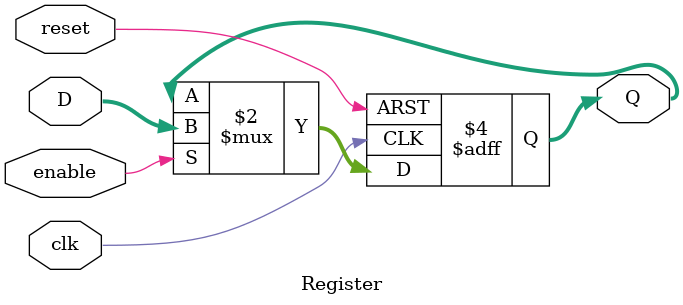
<source format=sv>
`timescale 1ns / 1ps
module Register #(parameter WIDTH = 8) (
    input logic clk,
    input logic reset,
    input logic enable,
    input logic [WIDTH-1:0] D,
    output logic [WIDTH-1:0] Q
);
    always_ff @(posedge clk or posedge reset) begin
        if (reset)
            Q <= 0;
        else if (enable)
            Q <= D;
    end
endmodule


</source>
